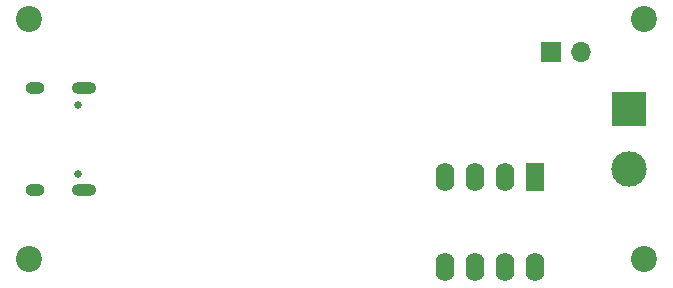
<source format=gbs>
G04 #@! TF.GenerationSoftware,KiCad,Pcbnew,7.0.5-0*
G04 #@! TF.CreationDate,2023-05-30T07:39:27+09:00*
G04 #@! TF.ProjectId,LDR6321_PD_Decoy,4c445236-3332-4315-9f50-445f4465636f,0.5*
G04 #@! TF.SameCoordinates,Original*
G04 #@! TF.FileFunction,Soldermask,Bot*
G04 #@! TF.FilePolarity,Negative*
%FSLAX46Y46*%
G04 Gerber Fmt 4.6, Leading zero omitted, Abs format (unit mm)*
G04 Created by KiCad (PCBNEW 7.0.5-0) date 2023-05-30 07:39:27*
%MOMM*%
%LPD*%
G01*
G04 APERTURE LIST*
%ADD10C,2.200000*%
%ADD11R,3.000000X3.000000*%
%ADD12C,3.000000*%
%ADD13R,1.700000X1.700000*%
%ADD14O,1.700000X1.700000*%
%ADD15R,1.600000X2.400000*%
%ADD16O,1.600000X2.400000*%
%ADD17C,0.650000*%
%ADD18O,2.100000X1.000000*%
%ADD19O,1.600000X1.000000*%
G04 APERTURE END LIST*
D10*
X156270000Y-66040000D03*
D11*
X155000000Y-73660000D03*
D12*
X155000000Y-78740000D03*
D10*
X156270000Y-86360000D03*
D13*
X148391000Y-68834000D03*
D14*
X150931000Y-68834000D03*
D10*
X104200000Y-86360000D03*
D15*
X147066000Y-79375000D03*
D16*
X144526000Y-79375000D03*
X141986000Y-79375000D03*
X139446000Y-79375000D03*
X139446000Y-86995000D03*
X141986000Y-86995000D03*
X144526000Y-86995000D03*
X147066000Y-86995000D03*
D10*
X104200000Y-66040000D03*
D17*
X108324000Y-73310000D03*
X108324000Y-79090000D03*
D18*
X108854000Y-71880000D03*
D19*
X104674000Y-71880000D03*
D18*
X108854000Y-80520000D03*
D19*
X104674000Y-80520000D03*
M02*

</source>
